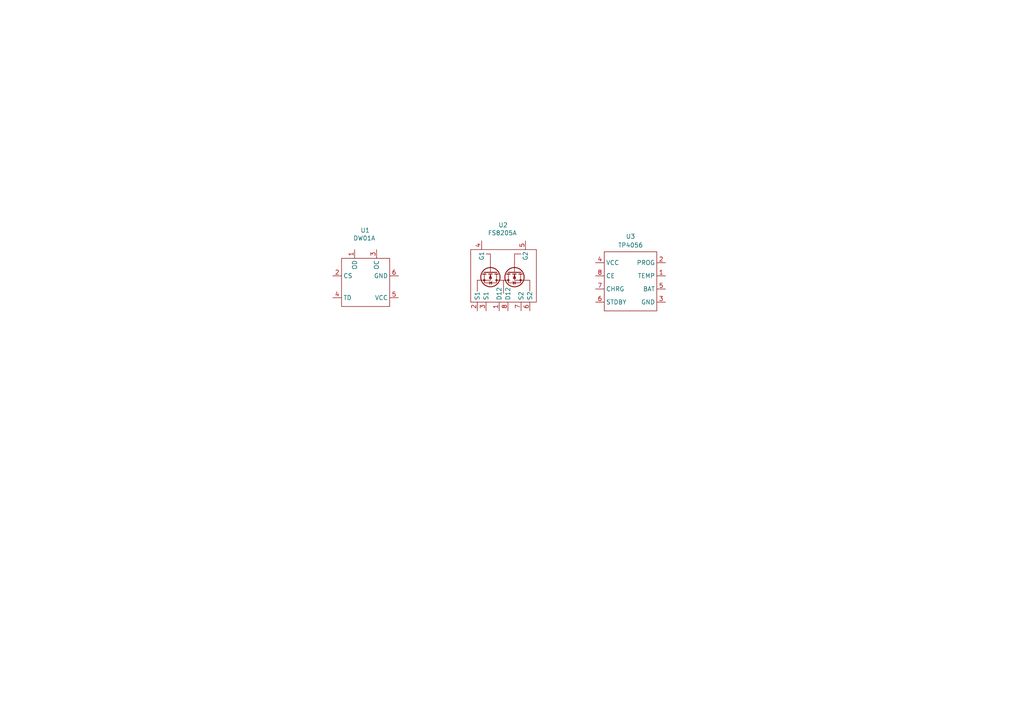
<source format=kicad_sch>
(kicad_sch (version 20231120) (generator "eeschema") (generator_version "8.0")
  (paper "A4")
  (lib_symbols
    (symbol "Pakequis_lib:DW01A"
      (property "Reference" "U" (at 0 0 0))
      (symbol "DW01A_0_1"
        (rectangle (start 0 -2.54) (end 13.97 -16.51))
      )
      (symbol "DW01A_1_1"
        (pin passive line (at 3.81 0 270) (length 2.54) (name "OD") (number "1"))
        (pin passive line (at -2.54 -7.62 0) (length 2.54) (name "CS") (number "2"))
        (pin passive line (at 10.16 0 270) (length 2.54) (name "OC") (number "3"))
        (pin passive line (at -2.54 -13.97 0) (length 2.54) (name "TD") (number "4"))
        (pin power_in line (at 16.51 -13.97 180) (length 2.54) (name "VCC") (number "5"))
        (pin power_in line (at 16.51 -7.62 180) (length 2.54) (name "GND") (number "6"))
      )
    )
    (symbol "Pakequis_lib:FS8205A"
      (property "Reference" "U" (at 0 0 0))
      (symbol "FS8205A_0_1"
        (circle (center -5.588 -11.43) (radius 0.254) (fill (type outline)))
        (circle (center -3.81 -10.541) (radius 2.794) (stroke (width 0.254)))
        (circle (center -2.032 -11.43) (radius 0.254) (fill (type outline)))
        (polyline (pts (xy -5.08 -9.652) (xy -6.096 -9.652)) (stroke (width 0.254)))
        (polyline (pts (xy -3.81 -9.144) (xy -3.81 -6.35)))
        (polyline (pts (xy -3.302 -9.652) (xy -4.318 -9.652)) (stroke (width 0.254)))
        (polyline (pts (xy -1.905 -9.144) (xy -5.715 -9.144)) (stroke (width 0.254)))
        (polyline (pts (xy -1.524 -9.652) (xy -2.54 -9.652)) (stroke (width 0.254)))
        (polyline (pts (xy -1.27 -11.43) (xy -2.032 -11.43)))
        (polyline (pts (xy 0.635 -11.43) (xy -1.27 -11.43)))
        (polyline (pts (xy 0.635 -11.43) (xy 1.397 -11.43)))
        (polyline (pts (xy 0.889 -9.652) (xy 1.905 -9.652)) (stroke (width 0.254)))
        (polyline (pts (xy 1.27 -9.144) (xy 5.08 -9.144)) (stroke (width 0.254)))
        (polyline (pts (xy 2.667 -9.652) (xy 3.683 -9.652)) (stroke (width 0.254)))
        (polyline (pts (xy 3.175 -9.144) (xy 3.175 -6.35)))
        (polyline (pts (xy 4.445 -9.652) (xy 5.461 -9.652)) (stroke (width 0.254)))
        (polyline (pts (xy -6.35 -11.43) (xy -3.81 -11.43) (xy -3.81 -9.652)))
        (polyline (pts (xy 5.715 -11.43) (xy 3.175 -11.43) (xy 3.175 -9.652)))
        (polyline (pts (xy -5.588 -9.652) (xy -5.588 -12.192) (xy -2.032 -12.192) (xy -2.032 -9.652)))
        (polyline (pts (xy -3.81 -9.906) (xy -3.429 -10.922) (xy -4.191 -10.922) (xy -3.81 -9.906)) (fill (type outline)))
        (polyline (pts (xy -3.429 -12.192) (xy -4.064 -11.811) (xy -4.064 -12.573) (xy -3.429 -12.192)))
        (polyline (pts (xy -3.302 -11.684) (xy -3.429 -11.811) (xy -3.429 -12.573) (xy -3.556 -12.7)))
        (polyline (pts (xy 2.667 -11.684) (xy 2.794 -11.811) (xy 2.794 -12.573) (xy 2.921 -12.7)))
        (polyline (pts (xy 2.794 -12.192) (xy 3.429 -11.811) (xy 3.429 -12.573) (xy 2.794 -12.192)))
        (polyline (pts (xy 3.175 -9.906) (xy 2.794 -10.922) (xy 3.556 -10.922) (xy 3.175 -9.906)) (fill (type outline)))
        (polyline (pts (xy 4.953 -9.652) (xy 4.953 -12.192) (xy 1.397 -12.192) (xy 1.397 -9.652)))
        (circle (center 1.397 -11.43) (radius 0.254) (fill (type outline)))
        (circle (center 3.175 -10.541) (radius 2.794) (stroke (width 0.254)))
        (circle (center 4.953 -11.43) (radius 0.254) (fill (type outline)))
      )
      (symbol "FS8205A_1_1"
        (rectangle (start -9.525 -2.54) (end 9.525 -17.78))
        (polyline (pts (xy 0 -11.43) (xy 0 -15.24)))
        (polyline (pts (xy -6.35 -11.43) (xy -7.62 -11.43) (xy -7.62 -14.605)))
        (polyline (pts (xy -3.81 -6.35) (xy -3.81 -3.81) (xy -5.08 -3.81)))
        (polyline (pts (xy 3.175 -6.35) (xy 3.175 -3.81) (xy 5.08 -3.81)))
        (polyline (pts (xy 5.715 -11.43) (xy 7.62 -11.43) (xy 7.62 -14.605)))
        (pin passive line (at -1.27 -20.32 90) (length 2.54) (name "D12") (number "1"))
        (pin passive line (at -7.62 -20.32 90) (length 2.54) (name "S1") (number "2"))
        (pin passive line (at -5.08 -20.32 90) (length 2.54) (name "S1") (number "3"))
        (pin passive line (at -6.35 0 270) (length 2.54) (name "G1") (number "4"))
        (pin passive line (at 6.35 0 270) (length 2.54) (name "G2") (number "5"))
        (pin passive line (at 7.62 -20.32 90) (length 2.54) (name "S2") (number "6"))
        (pin passive line (at 5.08 -20.32 90) (length 2.54) (name "S2") (number "7"))
        (pin passive line (at 1.27 -20.32 90) (length 2.54) (name "D12") (number "8"))
      )
    )
    (symbol "Pakequis_lib:TP4056"
      (property "Reference" "U" (at 0 0 0))
      (symbol "TP4056_0_1"
        (rectangle (start 0 -1.905) (end 15.24 -19.05))
      )
      (symbol "TP4056_1_1"
        (pin passive line (at 17.78 -8.89 180) (length 2.54) (name "TEMP") (number "1"))
        (pin passive line (at 17.78 -5.08 180) (length 2.54) (name "PROG") (number "2"))
        (pin power_in line (at 17.78 -16.51 180) (length 2.54) (name "GND") (number "3"))
        (pin power_in line (at -2.54 -5.08 0) (length 2.54) (name "VCC") (number "4"))
        (pin passive line (at 17.78 -12.7 180) (length 2.54) (name "BAT") (number "5"))
        (pin passive line (at -2.54 -16.51 0) (length 2.54) (name "STDBY") (number "6"))
        (pin passive line (at -2.54 -12.7 0) (length 2.54) (name "CHRG") (number "7"))
        (pin passive line (at -2.54 -8.89 0) (length 2.54) (name "CE") (number "8"))
      )
    )
  )
  (symbol (lib_id "Pakequis_lib:DW01A") (at 99.06 72.39 0) (unit 1)
    (property "Reference" "U1" (at 105.918 66.802 0))
    (property "Value" "DW01A" (at 105.664 69.088 0))
    (property "Footprint" "Package_TO_SOT_SMD:SOT-23-6" (effects (hide yes)))
  )
  (symbol (lib_id "Pakequis_lib:FS8205A") (at 146.05 69.85 0) (unit 1)
    (property "Reference" "U2" (at 144.526 65.278 0) (effects (justify left)))
    (property "Value" "FS8205A" (at 141.478 67.564 0) (effects (justify left)))
    (property "Footprint" "Package_SO:TSSOP-8_4.4x3mm_P0.65mm" (effects (hide yes)))
  )
  (symbol (lib_id "Pakequis_lib:TP4056") (at 175.26 71.12 0) (unit 1)
    (property "Reference" "U3" (at 182.88 68.58 0))
    (property "Value" "TP4056" (at 182.88 71.12 0))
  )
)
</source>
